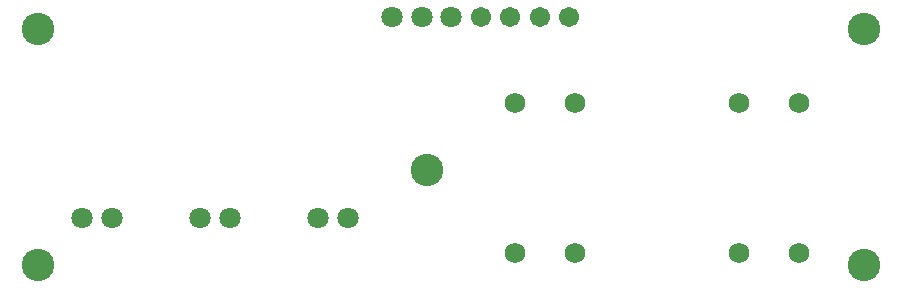
<source format=gbs>
%FSLAX25Y25*%
%MOIN*%
G70*
G01*
G75*
G04 Layer_Color=16711935*
%ADD10C,0.02000*%
%ADD11C,0.06299*%
%ADD12C,0.06000*%
%ADD13C,0.05906*%
%ADD14C,0.10000*%
%ADD15C,0.00500*%
%ADD16C,0.00787*%
%ADD17C,0.01000*%
%ADD18C,0.07099*%
%ADD19C,0.06800*%
%ADD20C,0.06706*%
%ADD21C,0.10800*%
D18*
X44370Y35433D02*
D03*
X34370D02*
D03*
X83740Y35433D02*
D03*
X73740D02*
D03*
X123110D02*
D03*
X113110D02*
D03*
X137795Y102362D02*
D03*
X147638D02*
D03*
X157480D02*
D03*
D19*
X253465Y23622D02*
D03*
X273465Y73622D02*
D03*
X253465D02*
D03*
X273465Y23622D02*
D03*
X178661D02*
D03*
X198661Y73622D02*
D03*
X178661D02*
D03*
X198661Y23622D02*
D03*
D20*
X196850Y102362D02*
D03*
X187008D02*
D03*
X177165D02*
D03*
X167323D02*
D03*
D21*
X295276Y98425D02*
D03*
X19685D02*
D03*
X149606Y51181D02*
D03*
X19685Y19685D02*
D03*
X295276D02*
D03*
M02*

</source>
